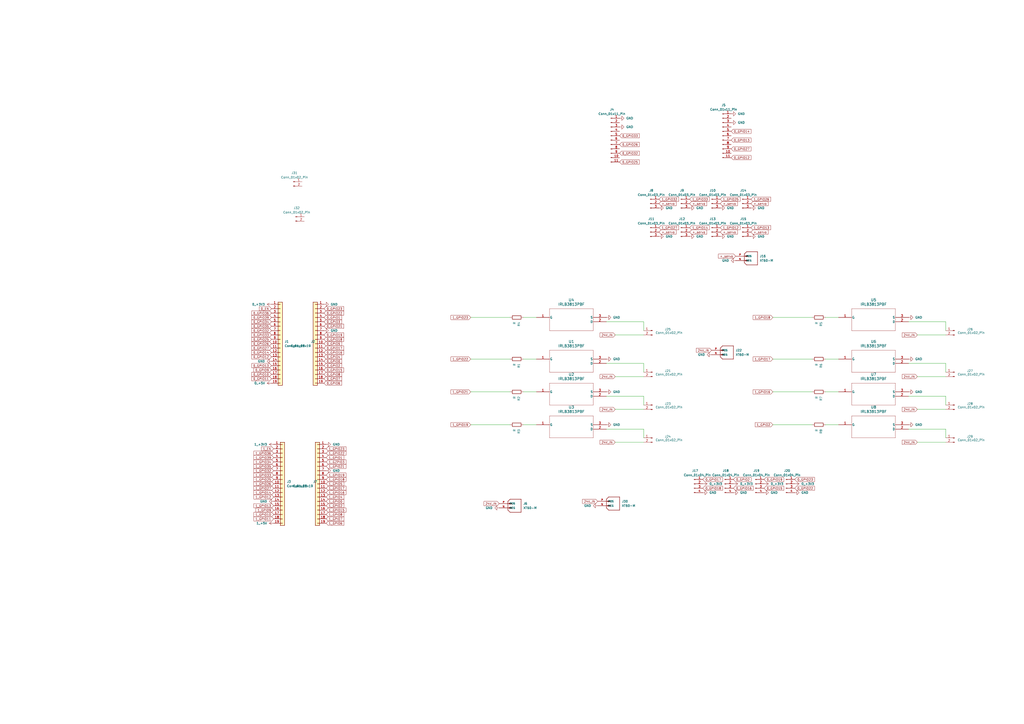
<source format=kicad_sch>
(kicad_sch (version 20250114) (generator "eeschema") (generator_version "9.0")
  (paper "A2")
  (lib_symbols
    (symbol "2025-03-07_17-55-51:IRLB3813PBF" (pin_names (offset 0.254))
      (property "Reference" "U" (at 20.32 10.16 0))
      (property "Value" "IRLB3813PBF" (at 20.32 7.62 0))
      (symbol "IRLB3813PBF_0_1"
        (pin unspecified line (at 0 0 0) (length 7.62) (name "G") (number "1"))
        (pin unspecified line (at 40.64 0 180) (length 7.62) (name "S") (number "3"))
        (pin unspecified line (at 40.64 -2.54 180) (length 7.62) (name "D") (number "2"))
      )
    )
    (symbol "Connector:Conn_01x02_Pin" (pin_names (offset 1.016) (hide yes))
      (property "Reference" "J" (at 0 2.54 0))
      (property "Value" "Conn_01x02_Pin" (at 0 -5.08 0))
      (symbol "Conn_01x02_Pin_1_1"
        (pin passive line (at 5.08 0 180) (length 3.81) (name "Pin_1") (number "1"))
        (pin passive line (at 5.08 -2.54 180) (length 3.81) (name "Pin_2") (number "2"))
      )
    )
    (symbol "Connector:Conn_01x03_Pin" (pin_names (offset 1.016) (hide yes))
      (property "Reference" "J" (at 0 5.08 0))
      (property "Value" "Conn_01x03_Pin" (at 0 -5.08 0))
      (symbol "Conn_01x03_Pin_1_1"
        (pin passive line (at 5.08 2.54 180) (length 3.81) (name "Pin_1") (number "1"))
        (pin passive line (at 5.08 0 180) (length 3.81) (name "Pin_2") (number "2"))
        (pin passive line (at 5.08 -2.54 180) (length 3.81) (name "Pin_3") (number "3"))
      )
    )
    (symbol "Connector:Conn_01x04_Pin" (pin_names (offset 1.016) (hide yes))
      (property "Reference" "J" (at 0 5.08 0))
      (property "Value" "Conn_01x04_Pin" (at 0 -7.62 0))
      (symbol "Conn_01x04_Pin_1_1"
        (pin passive line (at 5.08 2.54 180) (length 3.81) (name "Pin_1") (number "1"))
        (pin passive line (at 5.08 0 180) (length 3.81) (name "Pin_2") (number "2"))
        (pin passive line (at 5.08 -2.54 180) (length 3.81) (name "Pin_3") (number "3"))
        (pin passive line (at 5.08 -5.08 180) (length 3.81) (name "Pin_4") (number "4"))
      )
    )
    (symbol "Connector:Conn_01x11_Pin" (pin_names (offset 1.016) (hide yes))
      (property "Reference" "J" (at 0 15.24 0))
      (property "Value" "Conn_01x11_Pin" (at 0 -15.24 0))
      (symbol "Conn_01x11_Pin_1_1"
        (pin passive line (at 5.08 12.7 180) (length 3.81) (name "Pin_1") (number "1"))
        (pin passive line (at 5.08 10.16 180) (length 3.81) (name "Pin_2") (number "2"))
        (pin passive line (at 5.08 7.62 180) (length 3.81) (name "Pin_3") (number "3"))
        (pin passive line (at 5.08 5.08 180) (length 3.81) (name "Pin_4") (number "4"))
        (pin passive line (at 5.08 2.54 180) (length 3.81) (name "Pin_5") (number "5"))
        (pin passive line (at 5.08 0 180) (length 3.81) (name "Pin_6") (number "6"))
        (pin passive line (at 5.08 -2.54 180) (length 3.81) (name "Pin_7") (number "7"))
        (pin passive line (at 5.08 -5.08 180) (length 3.81) (name "Pin_8") (number "8"))
        (pin passive line (at 5.08 -7.62 180) (length 3.81) (name "Pin_9") (number "9"))
        (pin passive line (at 5.08 -10.16 180) (length 3.81) (name "Pin_10") (number "10"))
        (pin passive line (at 5.08 -12.7 180) (length 3.81) (name "Pin_11") (number "11"))
      )
    )
    (symbol "Connector_Generic:Conn_01x19" (pin_names (offset 1.016) (hide yes))
      (property "Reference" "J" (at 0 25.4 0))
      (property "Value" "Conn_01x19" (at 0 -25.4 0))
      (symbol "Conn_01x19_1_1"
        (pin passive line (at -5.08 22.86 0) (length 3.81) (name "Pin_1") (number "1"))
        (pin passive line (at -5.08 20.32 0) (length 3.81) (name "Pin_2") (number "2"))
        (pin passive line (at -5.08 17.78 0) (length 3.81) (name "Pin_3") (number "3"))
        (pin passive line (at -5.08 15.24 0) (length 3.81) (name "Pin_4") (number "4"))
        (pin passive line (at -5.08 12.7 0) (length 3.81) (name "Pin_5") (number "5"))
        (pin passive line (at -5.08 10.16 0) (length 3.81) (name "Pin_6") (number "6"))
        (pin passive line (at -5.08 7.62 0) (length 3.81) (name "Pin_7") (number "7"))
        (pin passive line (at -5.08 5.08 0) (length 3.81) (name "Pin_8") (number "8"))
        (pin passive line (at -5.08 2.54 0) (length 3.81) (name "Pin_9") (number "9"))
        (pin passive line (at -5.08 0 0) (length 3.81) (name "Pin_10") (number "10"))
        (pin passive line (at -5.08 -2.54 0) (length 3.81) (name "Pin_11") (number "11"))
        (pin passive line (at -5.08 -5.08 0) (length 3.81) (name "Pin_12") (number "12"))
        (pin passive line (at -5.08 -7.62 0) (length 3.81) (name "Pin_13") (number "13"))
        (pin passive line (at -5.08 -10.16 0) (length 3.81) (name "Pin_14") (number "14"))
        (pin passive line (at -5.08 -12.7 0) (length 3.81) (name "Pin_15") (number "15"))
        (pin passive line (at -5.08 -15.24 0) (length 3.81) (name "Pin_16") (number "16"))
        (pin passive line (at -5.08 -17.78 0) (length 3.81) (name "Pin_17") (number "17"))
        (pin passive line (at -5.08 -20.32 0) (length 3.81) (name "Pin_18") (number "18"))
        (pin passive line (at -5.08 -22.86 0) (length 3.81) (name "Pin_19") (number "19"))
      )
    )
    (symbol "Device:R" (pin_numbers (hide yes)) (pin_names (offset 0))
      (property "Reference" "R" (at 2.032 0 90))
      (property "Value" "R" (at 0 0 90))
      (symbol "R_1_1"
        (pin passive line (at 0 3.81 270) (length 1.27) (name "~") (number "1"))
        (pin passive line (at 0 -3.81 90) (length 1.27) (name "~") (number "2"))
      )
    )
    (symbol "XT60-M:XT60-M" (pin_names (offset 1.016))
      (property "Reference" "J" (at 0 6.35 0))
      (property "Value" "XT60-M" (at 0 -5.08 0))
      (symbol "XT60-M_0_0"
        (pin passive line (at -5.08 2.54 0) (length 5.08) (name "POS") (number "P"))
        (pin passive line (at -5.08 0 0) (length 5.08) (name "NEG") (number "N"))
      )
    )
    (symbol "power:+3V3" (power) (pin_numbers (hide yes)) (pin_names (offset 0) (hide yes))
      (property "Value" "+3V3" (at 0 3.556 0))
      (symbol "+3V3_1_1"
        (pin power_in line (at 0 0 90) (length 0) (name "~") (number "1"))
      )
    )
    (symbol "power:+5V" (power) (pin_numbers (hide yes)) (pin_names (offset 0) (hide yes))
      (property "Value" "+5V" (at 0 3.556 0))
      (symbol "+5V_1_1"
        (pin power_in line (at 0 0 90) (length 0) (name "~") (number "1"))
      )
    )
    (symbol "power:GND" (power) (pin_numbers (hide yes)) (pin_names (offset 0) (hide yes))
      (property "Value" "GND" (at 0 -3.81 0))
      (symbol "GND_1_1"
        (pin power_in line (at 0 0 270) (length 0) (name "~") (number "1"))
      )
    )
  )
  (wire (pts (xy 448.31 184.15) (xy 471.17 184.15)))
  (wire (pts (xy 356.87 256.54) (xy 373.38 256.54)))
  (wire (pts (xy 373.38 191.77) (xy 373.38 186.69)))
  (wire (pts (xy 532.13 218.44) (xy 548.64 218.44)))
  (wire (pts (xy 532.13 237.49) (xy 548.64 237.49)))
  (wire (pts (xy 373.38 254) (xy 373.38 248.92)))
  (wire (pts (xy 478.79 227.33) (xy 486.41 227.33)))
  (wire (pts (xy 373.38 215.9) (xy 373.38 210.82)))
  (wire (pts (xy 303.53 227.33) (xy 311.15 227.33)))
  (wire (pts (xy 373.38 248.92) (xy 351.79 248.92)))
  (wire (pts (xy 273.05 208.28) (xy 295.91 208.28)))
  (wire (pts (xy 532.13 256.54) (xy 548.64 256.54)))
  (wire (pts (xy 303.53 246.38) (xy 311.15 246.38)))
  (wire (pts (xy 478.79 184.15) (xy 486.41 184.15)))
  (wire (pts (xy 478.79 208.28) (xy 486.41 208.28)))
  (wire (pts (xy 548.64 229.87) (xy 527.05 229.87)))
  (wire (pts (xy 548.64 186.69) (xy 527.05 186.69)))
  (wire (pts (xy 548.64 191.77) (xy 548.64 186.69)))
  (wire (pts (xy 448.31 246.38) (xy 471.17 246.38)))
  (wire (pts (xy 303.53 184.15) (xy 311.15 184.15)))
  (wire (pts (xy 273.05 184.15) (xy 295.91 184.15)))
  (wire (pts (xy 373.38 229.87) (xy 351.79 229.87)))
  (wire (pts (xy 373.38 210.82) (xy 351.79 210.82)))
  (wire (pts (xy 303.53 208.28) (xy 311.15 208.28)))
  (wire (pts (xy 448.31 208.28) (xy 471.17 208.28)))
  (wire (pts (xy 548.64 254) (xy 548.64 248.92)))
  (wire (pts (xy 548.64 215.9) (xy 548.64 210.82)))
  (wire (pts (xy 356.87 218.44) (xy 373.38 218.44)))
  (wire (pts (xy 548.64 248.92) (xy 527.05 248.92)))
  (wire (pts (xy 273.05 227.33) (xy 295.91 227.33)))
  (wire (pts (xy 478.79 246.38) (xy 486.41 246.38)))
  (wire (pts (xy 448.31 227.33) (xy 471.17 227.33)))
  (wire (pts (xy 273.05 246.38) (xy 295.91 246.38)))
  (wire (pts (xy 356.87 237.49) (xy 373.38 237.49)))
  (wire (pts (xy 532.13 194.31) (xy 548.64 194.31)))
  (wire (pts (xy 356.87 194.31) (xy 373.38 194.31)))
  (wire (pts (xy 373.38 186.69) (xy 351.79 186.69)))
  (wire (pts (xy 548.64 210.82) (xy 527.05 210.82)))
  (wire (pts (xy 548.64 234.95) (xy 548.64 229.87)))
  (wire (pts (xy 373.38 234.95) (xy 373.38 229.87)))
  (global_label "1_GPIO35" (shape input) (at 158.75 270.51 180) (property "Intersheetrefs" "${INTERSHEET_REFS}" (effects (hide yes))))
  (global_label "0_GPIO32" (shape input) (at 359.41 88.9 0) (property "Intersheetrefs" "${INTERSHEET_REFS}" (effects (hide yes))))
  (global_label "24V_IN" (shape input) (at 532.13 194.31 180) (property "Intersheetrefs" "${INTERSHEET_REFS}" (effects (hide yes))))
  (global_label "0_GPIO10" (shape input) (at 157.48 217.17 180) (property "Intersheetrefs" "${INTERSHEET_REFS}" (effects (hide yes))))
  (global_label "1_GPIO23" (shape input) (at 273.05 184.15 180) (property "Intersheetrefs" "${INTERSHEET_REFS}" (effects (hide yes))))
  (global_label "24V_IN" (shape input) (at 289.56 292.1 180) (property "Intersheetrefs" "${INTERSHEET_REFS}" (effects (hide yes))))
  (global_label "24V_IN" (shape input) (at 356.87 256.54 180) (property "Intersheetrefs" "${INTERSHEET_REFS}" (effects (hide yes))))
  (global_label "0_GPIO5" (shape input) (at 187.96 199.39 0) (property "Intersheetrefs" "${INTERSHEET_REFS}" (effects (hide yes))))
  (global_label "1_GPIO18" (shape input) (at 189.23 278.13 0) (property "Intersheetrefs" "${INTERSHEET_REFS}" (effects (hide yes))))
  (global_label "0_GPIO16" (shape input) (at 425.45 283.21 0) (property "Intersheetrefs" "${INTERSHEET_REFS}" (effects (hide yes))))
  (global_label "0_GPIO15" (shape input) (at 187.96 214.63 0) (property "Intersheetrefs" "${INTERSHEET_REFS}" (effects (hide yes))))
  (global_label "1_GPIO22" (shape input) (at 189.23 262.89 0) (property "Intersheetrefs" "${INTERSHEET_REFS}" (effects (hide yes))))
  (global_label "1_GPIO4" (shape input) (at 189.23 288.29 0) (property "Intersheetrefs" "${INTERSHEET_REFS}" (effects (hide yes))))
  (global_label "0_GPIO18" (shape input) (at 187.96 196.85 0) (property "Intersheetrefs" "${INTERSHEET_REFS}" (effects (hide yes))))
  (global_label "1_GPIO11" (shape input) (at 158.75 300.99 180) (property "Intersheetrefs" "${INTERSHEET_REFS}" (effects (hide yes))))
  (global_label "1_GPIO25" (shape input) (at 158.75 278.13 180) (property "Intersheetrefs" "${INTERSHEET_REFS}" (effects (hide yes))))
  (global_label "1_GPIO17" (shape input) (at 448.31 208.28 180) (property "Intersheetrefs" "${INTERSHEET_REFS}" (effects (hide yes))))
  (global_label "+_servo" (shape input) (at 400.05 118.11 0) (property "Intersheetrefs" "${INTERSHEET_REFS}" (effects (hide yes))))
  (global_label "0_GPIO13" (shape input) (at 157.48 212.09 180) (property "Intersheetrefs" "${INTERSHEET_REFS}" (effects (hide yes))))
  (global_label "0_GPIO22" (shape input) (at 187.96 181.61 0) (property "Intersheetrefs" "${INTERSHEET_REFS}" (effects (hide yes))))
  (global_label "1_GPIO15" (shape input) (at 189.23 295.91 0) (property "Intersheetrefs" "${INTERSHEET_REFS}" (effects (hide yes))))
  (global_label "24V_IN" (shape input) (at 346.71 290.83 180) (property "Intersheetrefs" "${INTERSHEET_REFS}" (effects (hide yes))))
  (global_label "1_GPIO19" (shape input) (at 273.05 246.38 180) (property "Intersheetrefs" "${INTERSHEET_REFS}" (effects (hide yes))))
  (global_label "1_GPIO18" (shape input) (at 448.31 184.15 180) (property "Intersheetrefs" "${INTERSHEET_REFS}" (effects (hide yes))))
  (global_label "0_GPIO12" (shape input) (at 157.48 207.01 180) (property "Intersheetrefs" "${INTERSHEET_REFS}" (effects (hide yes))))
  (global_label "1_GPIO6" (shape input) (at 189.23 303.53 0) (property "Intersheetrefs" "${INTERSHEET_REFS}" (effects (hide yes))))
  (global_label "1_GPIO26" (shape input) (at 435.61 115.57 0) (property "Intersheetrefs" "${INTERSHEET_REFS}" (effects (hide yes))))
  (global_label "0_GPIO17" (shape input) (at 407.67 278.13 0) (property "Intersheetrefs" "${INTERSHEET_REFS}" (effects (hide yes))))
  (global_label "1_GPIO10" (shape input) (at 158.75 298.45 180) (property "Intersheetrefs" "${INTERSHEET_REFS}" (effects (hide yes))))
  (global_label "24V_IN" (shape input) (at 356.87 237.49 180) (property "Intersheetrefs" "${INTERSHEET_REFS}" (effects (hide yes))))
  (global_label "1_GPIO26" (shape input) (at 158.75 280.67 180) (property "Intersheetrefs" "${INTERSHEET_REFS}" (effects (hide yes))))
  (global_label "0_GPIO14" (shape input) (at 424.18 76.2 0) (property "Intersheetrefs" "${INTERSHEET_REFS}" (effects (hide yes))))
  (global_label "1_GPIO32" (shape input) (at 382.27 115.57 0) (property "Intersheetrefs" "${INTERSHEET_REFS}" (effects (hide yes))))
  (global_label "1_GPIO25" (shape input) (at 417.83 115.57 0) (property "Intersheetrefs" "${INTERSHEET_REFS}" (effects (hide yes))))
  (global_label "1_GPIO1" (shape input) (at 189.23 265.43 0) (property "Intersheetrefs" "${INTERSHEET_REFS}" (effects (hide yes))))
  (global_label "0_GPIO2" (shape input) (at 425.45 278.13 0) (property "Intersheetrefs" "${INTERSHEET_REFS}" (effects (hide yes))))
  (global_label "0_GPIO23" (shape input) (at 187.96 179.07 0) (property "Intersheetrefs" "${INTERSHEET_REFS}" (effects (hide yes))))
  (global_label "0_GPIO25" (shape input) (at 359.41 93.98 0) (property "Intersheetrefs" "${INTERSHEET_REFS}" (effects (hide yes))))
  (global_label "0_GPIO36" (shape input) (at 157.48 181.61 180) (property "Intersheetrefs" "${INTERSHEET_REFS}" (effects (hide yes))))
  (global_label "24V_IN" (shape input) (at 532.13 218.44 180) (property "Intersheetrefs" "${INTERSHEET_REFS}" (effects (hide yes))))
  (global_label "1_GPIO14" (shape input) (at 158.75 285.75 180) (property "Intersheetrefs" "${INTERSHEET_REFS}" (effects (hide yes))))
  (global_label "0_EN" (shape input) (at 157.48 179.07 180) (property "Intersheetrefs" "${INTERSHEET_REFS}" (effects (hide yes))))
  (global_label "1_GPIO14" (shape input) (at 400.05 132.08 0) (property "Intersheetrefs" "${INTERSHEET_REFS}" (effects (hide yes))))
  (global_label "0_GPIO39" (shape input) (at 157.48 184.15 180) (property "Intersheetrefs" "${INTERSHEET_REFS}" (effects (hide yes))))
  (global_label "1_GPIO19" (shape input) (at 189.23 275.59 0) (property "Intersheetrefs" "${INTERSHEET_REFS}" (effects (hide yes))))
  (global_label "0_GPIO3" (shape input) (at 187.96 186.69 0) (property "Intersheetrefs" "${INTERSHEET_REFS}" (effects (hide yes))))
  (global_label "1_GPIO27" (shape input) (at 158.75 283.21 180) (property "Intersheetrefs" "${INTERSHEET_REFS}" (effects (hide yes))))
  (global_label "0_GPIO26" (shape input) (at 359.41 83.82 0) (property "Intersheetrefs" "${INTERSHEET_REFS}" (effects (hide yes))))
  (global_label "0_GPIO34" (shape input) (at 157.48 186.69 180) (property "Intersheetrefs" "${INTERSHEET_REFS}" (effects (hide yes))))
  (global_label "0_GPIO2" (shape input) (at 187.96 212.09 0) (property "Intersheetrefs" "${INTERSHEET_REFS}" (effects (hide yes))))
  (global_label "1_GPIO21" (shape input) (at 189.23 270.51 0) (property "Intersheetrefs" "${INTERSHEET_REFS}" (effects (hide yes))))
  (global_label "0_GPIO27" (shape input) (at 157.48 201.93 180) (property "Intersheetrefs" "${INTERSHEET_REFS}" (effects (hide yes))))
  (global_label "1_GZPIO3" (shape input) (at 189.23 267.97 0) (property "Intersheetrefs" "${INTERSHEET_REFS}" (effects (hide yes))))
  (global_label "1_GPIO27" (shape input) (at 382.27 132.08 0) (property "Intersheetrefs" "${INTERSHEET_REFS}" (effects (hide yes))))
  (global_label "1_GPIO13" (shape input) (at 158.75 293.37 180) (property "Intersheetrefs" "${INTERSHEET_REFS}" (effects (hide yes))))
  (global_label "1_GPIO16" (shape input) (at 189.23 285.75 0) (property "Intersheetrefs" "${INTERSHEET_REFS}" (effects (hide yes))))
  (global_label "0_GPIO18" (shape input) (at 407.67 283.21 0) (property "Intersheetrefs" "${INTERSHEET_REFS}" (effects (hide yes))))
  (global_label "0_GPIO19" (shape input) (at 443.23 278.13 0) (property "Intersheetrefs" "${INTERSHEET_REFS}" (effects (hide yes))))
  (global_label "1_GPIO33" (shape input) (at 158.75 275.59 180) (property "Intersheetrefs" "${INTERSHEET_REFS}" (effects (hide yes))))
  (global_label "1_GPIO0" (shape input) (at 189.23 290.83 0) (property "Intersheetrefs" "${INTERSHEET_REFS}" (effects (hide yes))))
  (global_label "0_GPIO23" (shape input) (at 461.01 278.13 0) (property "Intersheetrefs" "${INTERSHEET_REFS}" (effects (hide yes))))
  (global_label "+_servo" (shape input) (at 382.27 118.11 0) (property "Intersheetrefs" "${INTERSHEET_REFS}" (effects (hide yes))))
  (global_label "0_GPIO26" (shape input) (at 157.48 199.39 180) (property "Intersheetrefs" "${INTERSHEET_REFS}" (effects (hide yes))))
  (global_label "1_GPIO2" (shape input) (at 448.31 246.38 180) (property "Intersheetrefs" "${INTERSHEET_REFS}" (effects (hide yes))))
  (global_label "0_GPIO33" (shape input) (at 359.41 78.74 0) (property "Intersheetrefs" "${INTERSHEET_REFS}" (effects (hide yes))))
  (global_label "1_GPIO16" (shape input) (at 448.31 227.33 180) (property "Intersheetrefs" "${INTERSHEET_REFS}" (effects (hide yes))))
  (global_label "+_servo" (shape input) (at 382.27 134.62 0) (property "Intersheetrefs" "${INTERSHEET_REFS}" (effects (hide yes))))
  (global_label "0_GPIO1" (shape input) (at 187.96 184.15 0) (property "Intersheetrefs" "${INTERSHEET_REFS}" (effects (hide yes))))
  (global_label "0_GPIO15" (shape input) (at 443.23 283.21 0) (property "Intersheetrefs" "${INTERSHEET_REFS}" (effects (hide yes))))
  (global_label "24V_IN" (shape input) (at 412.75 203.2 180) (property "Intersheetrefs" "${INTERSHEET_REFS}" (effects (hide yes))))
  (global_label "+_servo" (shape input) (at 400.05 134.62 0) (property "Intersheetrefs" "${INTERSHEET_REFS}" (effects (hide yes))))
  (global_label "0_GPIO14" (shape input) (at 157.48 204.47 180) (property "Intersheetrefs" "${INTERSHEET_REFS}" (effects (hide yes))))
  (global_label "0_GPIO27" (shape input) (at 424.18 86.36 0) (property "Intersheetrefs" "${INTERSHEET_REFS}" (effects (hide yes))))
  (global_label "1_GPIO2" (shape input) (at 189.23 293.37 0) (property "Intersheetrefs" "${INTERSHEET_REFS}" (effects (hide yes))))
  (global_label "24V_IN" (shape input) (at 356.87 194.31 180) (property "Intersheetrefs" "${INTERSHEET_REFS}" (effects (hide yes))))
  (global_label "0_GPIO13" (shape input) (at 424.18 81.28 0) (property "Intersheetrefs" "${INTERSHEET_REFS}" (effects (hide yes))))
  (global_label "1_GPIO8" (shape input) (at 189.23 298.45 0) (property "Intersheetrefs" "${INTERSHEET_REFS}" (effects (hide yes))))
  (global_label "+_servo" (shape input) (at 417.83 134.62 0) (property "Intersheetrefs" "${INTERSHEET_REFS}" (effects (hide yes))))
  (global_label "0_GPIO22" (shape input) (at 461.01 283.21 0) (property "Intersheetrefs" "${INTERSHEET_REFS}" (effects (hide yes))))
  (global_label "0_GPIO7" (shape input) (at 187.96 219.71 0) (property "Intersheetrefs" "${INTERSHEET_REFS}" (effects (hide yes))))
  (global_label "0_GPIO0" (shape input) (at 187.96 209.55 0) (property "Intersheetrefs" "${INTERSHEET_REFS}" (effects (hide yes))))
  (global_label "+_servo" (shape input) (at 426.72 148.59 180) (property "Intersheetrefs" "${INTERSHEET_REFS}" (effects (hide yes))))
  (global_label "0_GPIO17" (shape input) (at 187.96 201.93 0) (property "Intersheetrefs" "${INTERSHEET_REFS}" (effects (hide yes))))
  (global_label "1_GPIO17" (shape input) (at 189.23 283.21 0) (property "Intersheetrefs" "${INTERSHEET_REFS}" (effects (hide yes))))
  (global_label "1_GPIO9" (shape input) (at 158.75 295.91 180) (property "Intersheetrefs" "${INTERSHEET_REFS}" (effects (hide yes))))
  (global_label "0_GPIO9" (shape input) (at 157.48 214.63 180) (property "Intersheetrefs" "${INTERSHEET_REFS}" (effects (hide yes))))
  (global_label "+_servo" (shape input) (at 435.61 134.62 0) (property "Intersheetrefs" "${INTERSHEET_REFS}" (effects (hide yes))))
  (global_label "0_GPIO4" (shape input) (at 187.96 207.01 0) (property "Intersheetrefs" "${INTERSHEET_REFS}" (effects (hide yes))))
  (global_label "1_GPIO22" (shape input) (at 273.05 208.28 180) (property "Intersheetrefs" "${INTERSHEET_REFS}" (effects (hide yes))))
  (global_label "0_GPIO12" (shape input) (at 424.18 91.44 0) (property "Intersheetrefs" "${INTERSHEET_REFS}" (effects (hide yes))))
  (global_label "1_GPIO13" (shape input) (at 435.61 132.08 0) (property "Intersheetrefs" "${INTERSHEET_REFS}" (effects (hide yes))))
  (global_label "+_servo" (shape input) (at 435.61 118.11 0) (property "Intersheetrefs" "${INTERSHEET_REFS}" (effects (hide yes))))
  (global_label "0_GPIO25" (shape input) (at 157.48 196.85 180) (property "Intersheetrefs" "${INTERSHEET_REFS}" (effects (hide yes))))
  (global_label "24V_IN" (shape input) (at 532.13 237.49 180) (property "Intersheetrefs" "${INTERSHEET_REFS}" (effects (hide yes))))
  (global_label "1_GPIO36" (shape input) (at 158.75 262.89 180) (property "Intersheetrefs" "${INTERSHEET_REFS}" (effects (hide yes))))
  (global_label "0_GPIO32" (shape input) (at 157.48 191.77 180) (property "Intersheetrefs" "${INTERSHEET_REFS}" (effects (hide yes))))
  (global_label "0_GPIO8" (shape input) (at 187.96 217.17 0) (property "Intersheetrefs" "${INTERSHEET_REFS}" (effects (hide yes))))
  (global_label "1_GPIO39" (shape input) (at 158.75 265.43 180) (property "Intersheetrefs" "${INTERSHEET_REFS}" (effects (hide yes))))
  (global_label "0_GPIO19" (shape input) (at 187.96 194.31 0) (property "Intersheetrefs" "${INTERSHEET_REFS}" (effects (hide yes))))
  (global_label "0_GPIO33" (shape input) (at 157.48 194.31 180) (property "Intersheetrefs" "${INTERSHEET_REFS}" (effects (hide yes))))
  (global_label "1_GPIO23" (shape input) (at 189.23 260.35 0) (property "Intersheetrefs" "${INTERSHEET_REFS}" (effects (hide yes))))
  (global_label "1_GPIO21" (shape input) (at 273.05 227.33 180) (property "Intersheetrefs" "${INTERSHEET_REFS}" (effects (hide yes))))
  (global_label "24V_IN" (shape input) (at 356.87 218.44 180) (property "Intersheetrefs" "${INTERSHEET_REFS}" (effects (hide yes))))
  (global_label "1_EN" (shape input) (at 158.75 260.35 180) (property "Intersheetrefs" "${INTERSHEET_REFS}" (effects (hide yes))))
  (global_label "+_servo" (shape input) (at 417.83 118.11 0) (property "Intersheetrefs" "${INTERSHEET_REFS}" (effects (hide yes))))
  (global_label "24V_IN" (shape input) (at 532.13 256.54 180) (property "Intersheetrefs" "${INTERSHEET_REFS}" (effects (hide yes))))
  (global_label "1_GPIO5" (shape input) (at 189.23 280.67 0) (property "Intersheetrefs" "${INTERSHEET_REFS}" (effects (hide yes))))
  (global_label "0_GPIO35" (shape input) (at 157.48 189.23 180) (property "Intersheetrefs" "${INTERSHEET_REFS}" (effects (hide yes))))
  (global_label "1_GPIO33" (shape input) (at 400.05 115.57 0) (property "Intersheetrefs" "${INTERSHEET_REFS}" (effects (hide yes))))
  (global_label "0_GPIO21" (shape input) (at 187.96 189.23 0) (property "Intersheetrefs" "${INTERSHEET_REFS}" (effects (hide yes))))
  (global_label "1_GPIO34" (shape input) (at 158.75 267.97 180) (property "Intersheetrefs" "${INTERSHEET_REFS}" (effects (hide yes))))
  (global_label "0_GPIO6" (shape input) (at 187.96 222.25 0) (property "Intersheetrefs" "${INTERSHEET_REFS}" (effects (hide yes))))
  (global_label "1_GPIO12" (shape input) (at 158.75 288.29 180) (property "Intersheetrefs" "${INTERSHEET_REFS}" (effects (hide yes))))
  (global_label "0_GPIO11" (shape input) (at 157.48 219.71 180) (property "Intersheetrefs" "${INTERSHEET_REFS}" (effects (hide yes))))
  (global_label "1_GPIO12" (shape input) (at 417.83 132.08 0) (property "Intersheetrefs" "${INTERSHEET_REFS}" (effects (hide yes))))
  (global_label "0_GPIO16" (shape input) (at 187.96 204.47 0) (property "Intersheetrefs" "${INTERSHEET_REFS}" (effects (hide yes))))
  (global_label "1_GPIO32" (shape input) (at 158.75 273.05 180) (property "Intersheetrefs" "${INTERSHEET_REFS}" (effects (hide yes))))
  (global_label "1_GPIO7" (shape input) (at 189.23 300.99 0) (property "Intersheetrefs" "${INTERSHEET_REFS}" (effects (hide yes))))
  (symbol (lib_id "Device:R") (at 474.98 184.15 270) (unit 1)
    (property "Reference" "R5" (at 476.2501 186.69 0) (effects (justify left)))
    (property "Value" "R" (at 473.7101 186.69 0) (effects (justify left)))
    (property "Footprint" "Resistor_THT:R_Axial_DIN0207_L6.3mm_D2.5mm_P10.16mm_Horizontal" (effects (hide yes)))
    (property "Description" "Resistor" (effects (hide yes)))
  )
  (symbol (lib_id "power:GND") (at 527.05 208.28 90) (unit 1)
    (property "Reference" "#PWR040" (effects (hide yes)))
    (property "Value" "GND" (at 530.86 208.2799 90) (effects (justify right)))
    (property "Description" "Power symbol creates a global label with name \"GND\" , ground" (effects (hide yes)))
  )
  (symbol (lib_id "power:GND") (at 417.83 120.65 90) (unit 1)
    (property "Reference" "#PWR023" (effects (hide yes)))
    (property "Value" "GND" (at 421.64 120.6499 90) (effects (justify right)))
    (property "Description" "Power symbol creates a global label with name \"GND\" , ground" (effects (hide yes)))
  )
  (symbol (lib_id "Device:R") (at 299.72 246.38 270) (unit 1)
    (property "Reference" "R3" (at 300.9901 248.92 0) (effects (justify left)))
    (property "Value" "R" (at 298.4501 248.92 0) (effects (justify left)))
    (property "Footprint" "Resistor_THT:R_Axial_DIN0207_L6.3mm_D2.5mm_P10.16mm_Horizontal" (effects (hide yes)))
    (property "Description" "Resistor" (effects (hide yes)))
  )
  (symbol (lib_id "XT60-M:XT60-M") (at 351.79 293.37 0) (unit 1)
    (property "Reference" "J30" (at 360.68 290.8299 0) (effects (justify left)))
    (property "Value" "XT60-M" (at 360.68 293.3699 0) (effects (justify left)))
    (property "Footprint" "Connector_AMASS:AMASS_XT60-F_1x02_P7.20mm_Vertical" (effects (hide yes)))
    (property "MF" "AMASS" (effects (hide yes)))
    (property "MAXIMUM_PACKAGE_HEIGHT" "16.00 mm" (effects (hide yes)))
    (property "Package" "Package" (effects (hide yes)))
    (property "Price" "None" (effects (hide yes)))
    (property "Check_prices" "https://www.snapeda.com/parts/XT60-M/AMASS/view-part/?ref=eda" (effects (hide yes)))
    (property "STANDARD" "IPC 7351B" (effects (hide yes)))
    (property "PARTREV" "V1.2" (effects (hide yes)))
    (property "SnapEDA_Link" "https://www.snapeda.com/parts/XT60-M/AMASS/view-part/?ref=snap" (effects (hide yes)))
    (property "MP" "XT60-M" (effects (hide yes)))
    (property "Description_1" "Plug; DC supply; XT60; male; PIN: 2; for cable; soldered; 30A; 500V" (effects (hide yes)))
    (property "Availability" "Not in stock" (effects (hide yes)))
    (property "MANUFACTURER" "AMASS" (effects (hide yes)))
  )
  (symbol (lib_id "2025-03-07_17-55-51:IRLB3813PBF") (at 486.41 227.33 0) (unit 1)
    (property "Reference" "U7" (at 506.73 217.17 0) (effects (font (size 1.524 1.524))))
    (property "Value" "IRLB3813PBF" (at 506.73 219.71 0) (effects (font (size 1.524 1.524))))
    (property "Footprint" "footprints:PG-TO220-3_INF" (effects (hide yes)))
    (property "Datasheet" "IRLB3813PBF" (effects (hide yes)))
  )
  (symbol (lib_id "Connector:Conn_01x02_Pin") (at 171.45 125.73 0) (unit 1)
    (property "Reference" "J32" (at 172.085 120.65 0))
    (property "Value" "Conn_01x02_Pin" (at 172.085 123.19 0))
    (property "Description" "Generic connector, single row, 01x02, script generated" (effects (hide yes)))
  )
  (symbol (lib_id "power:+5V") (at 425.45 280.67 270) (unit 1)
    (property "Reference" "#PWR028" (effects (hide yes)))
    (property "Value" "0_+3V3" (at 429.26 280.6699 90) (effects (justify left)))
    (property "Description" "Power symbol creates a global label with name \"+5V\"" (effects (hide yes)))
  )
  (symbol (lib_id "Connector:Conn_01x04_Pin") (at 455.93 280.67 0) (unit 1)
    (property "Reference" "J20" (at 456.565 273.05 0))
    (property "Value" "Conn_01x04_Pin" (at 456.565 275.59 0))
    (property "Footprint" "Connector_JST:JST_XH_B4B-XH-AM_1x04_P2.50mm_Vertical" (effects (hide yes)))
    (property "Description" "Generic connector, single row, 01x04, script generated" (effects (hide yes)))
  )
  (symbol (lib_id "power:GND") (at 351.79 184.15 90) (unit 1)
    (property "Reference" "#PWR038" (effects (hide yes)))
    (property "Value" "GND" (at 355.6 184.1499 90) (effects (justify right)))
    (property "Description" "Power symbol creates a global label with name \"GND\" , ground" (effects (hide yes)))
  )
  (symbol (lib_id "power:+5V") (at 157.48 222.25 90) (unit 1)
    (property "Reference" "#PWR05" (effects (hide yes)))
    (property "Value" "0_+5V" (at 150.622 222.25 90))
    (property "Description" "Power symbol creates a global label with name \"+5V\"" (effects (hide yes)))
  )
  (symbol (lib_id "power:GND") (at 527.05 227.33 90) (unit 1)
    (property "Reference" "#PWR041" (effects (hide yes)))
    (property "Value" "GND" (at 530.86 227.3299 90) (effects (justify right)))
    (property "Description" "Power symbol creates a global label with name \"GND\" , ground" (effects (hide yes)))
  )
  (symbol (lib_id "2025-03-07_17-55-51:IRLB3813PBF") (at 486.41 184.15 0) (unit 1)
    (property "Reference" "U5" (at 506.73 173.99 0) (effects (font (size 1.524 1.524))))
    (property "Value" "IRLB3813PBF" (at 506.73 176.53 0) (effects (font (size 1.524 1.524))))
    (property "Footprint" "footprints:PG-TO220-3_INF" (effects (hide yes)))
    (property "Datasheet" "IRLB3813PBF" (effects (hide yes)))
  )
  (symbol (lib_id "Connector:Conn_01x02_Pin") (at 170.18 105.41 0) (unit 1)
    (property "Reference" "J31" (at 170.815 100.33 0))
    (property "Value" "Conn_01x02_Pin" (at 170.815 102.87 0))
    (property "Description" "Generic connector, single row, 01x02, script generated" (effects (hide yes)))
  )
  (symbol (lib_id "Connector:Conn_01x03_Pin") (at 377.19 118.11 0) (unit 1)
    (property "Reference" "J8" (at 377.825 110.49 0))
    (property "Value" "Conn_01x03_Pin" (at 377.825 113.03 0))
    (property "Footprint" "Connector_JST:JST_XH_B3B-XH-AM_1x03_P2.50mm_Vertical" (effects (hide yes)))
    (property "Description" "Generic connector, single row, 01x03, script generated" (effects (hide yes)))
  )
  (symbol (lib_id "power:GND") (at 527.05 184.15 90) (unit 1)
    (property "Reference" "#PWR039" (effects (hide yes)))
    (property "Value" "GND" (at 530.86 184.1499 90) (effects (justify right)))
    (property "Description" "Power symbol creates a global label with name \"GND\" , ground" (effects (hide yes)))
  )
  (symbol (lib_id "Connector:Conn_01x02_Pin") (at 378.46 215.9 0) (mirror y) (unit 1)
    (property "Reference" "J21" (at 387.35 215.138 0))
    (property "Value" "Conn_01x02_Pin" (at 388.112 217.17 0))
    (property "Footprint" "Connector_JST:JST_XH_B2B-XH-AM_1x02_P2.50mm_Vertical" (effects (hide yes)))
    (property "Description" "Generic connector, single row, 01x02, script generated" (effects (hide yes)))
  )
  (symbol (lib_id "Connector:Conn_01x03_Pin") (at 394.97 134.62 0) (unit 1)
    (property "Reference" "J12" (at 395.605 127 0))
    (property "Value" "Conn_01x03_Pin" (at 395.605 129.54 0))
    (property "Footprint" "Connector_JST:JST_XH_B3B-XH-AM_1x03_P2.50mm_Vertical" (effects (hide yes)))
    (property "Description" "Generic connector, single row, 01x03, script generated" (effects (hide yes)))
  )
  (symbol (lib_id "power:GND") (at 351.79 246.38 90) (unit 1)
    (property "Reference" "#PWR037" (effects (hide yes)))
    (property "Value" "GND" (at 355.6 246.3799 90) (effects (justify right)))
    (property "Description" "Power symbol creates a global label with name \"GND\" , ground" (effects (hide yes)))
  )
  (symbol (lib_id "power:GND") (at 359.41 73.66 90) (unit 1)
    (property "Reference" "#PWR08" (effects (hide yes)))
    (property "Value" "GND" (at 363.22 73.6599 90) (effects (justify right)))
    (property "Description" "Power symbol creates a global label with name \"GND\" , ground" (effects (hide yes)))
  )
  (symbol (lib_id "power:GND") (at 407.67 285.75 90) (unit 1)
    (property "Reference" "#PWR022" (effects (hide yes)))
    (property "Value" "GND" (at 411.48 285.7499 90) (effects (justify right)))
    (property "Description" "Power symbol creates a global label with name \"GND\" , ground" (effects (hide yes)))
  )
  (symbol (lib_id "power:GND") (at 189.23 273.05 90) (unit 1)
    (property "Reference" "#PWR016" (effects (hide yes)))
    (property "Value" "GND" (at 193.04 273.0499 90) (effects (justify right)))
    (property "Description" "Power symbol creates a global label with name \"GND\" , ground" (effects (hide yes)))
  )
  (symbol (lib_id "Connector:Conn_01x02_Pin") (at 553.72 215.9 0) (mirror y) (unit 1)
    (property "Reference" "J27" (at 562.61 215.138 0))
    (property "Value" "Conn_01x02_Pin" (at 563.372 217.17 0))
    (property "Footprint" "Connector_JST:JST_XH_B2B-XH-AM_1x02_P2.50mm_Vertical" (effects (hide yes)))
    (property "Description" "Generic connector, single row, 01x02, script generated" (effects (hide yes)))
  )
  (symbol (lib_id "power:GND") (at 187.96 191.77 90) (unit 1)
    (property "Reference" "#PWR02" (effects (hide yes)))
    (property "Value" "GND" (at 191.77 191.7699 90) (effects (justify right)))
    (property "Description" "Power symbol creates a global label with name \"GND\" , ground" (effects (hide yes)))
  )
  (symbol (lib_id "power:GND") (at 382.27 120.65 90) (unit 1)
    (property "Reference" "#PWR017" (effects (hide yes)))
    (property "Value" "GND" (at 386.08 120.6499 90) (effects (justify right)))
    (property "Description" "Power symbol creates a global label with name \"GND\" , ground" (effects (hide yes)))
  )
  (symbol (lib_id "power:GND") (at 189.23 257.81 90) (unit 1)
    (property "Reference" "#PWR015" (effects (hide yes)))
    (property "Value" "GND" (at 193.04 257.8099 90) (effects (justify right)))
    (property "Description" "Power symbol creates a global label with name \"GND\" , ground" (effects (hide yes)))
  )
  (symbol (lib_id "power:GND") (at 435.61 120.65 90) (unit 1)
    (property "Reference" "#PWR024" (effects (hide yes)))
    (property "Value" "GND" (at 439.42 120.6499 90) (effects (justify right)))
    (property "Description" "Power symbol creates a global label with name \"GND\" , ground" (effects (hide yes)))
  )
  (symbol (lib_id "Connector:Conn_01x02_Pin") (at 378.46 234.95 0) (mirror y) (unit 1)
    (property "Reference" "J23" (at 387.35 234.188 0))
    (property "Value" "Conn_01x02_Pin" (at 388.112 236.22 0))
    (property "Footprint" "Connector_JST:JST_XH_B2B-XH-AM_1x02_P2.50mm_Vertical" (effects (hide yes)))
    (property "Description" "Generic connector, single row, 01x02, script generated" (effects (hide yes)))
  )
  (symbol (lib_id "power:GND") (at 157.48 209.55 270) (unit 1)
    (property "Reference" "#PWR03" (effects (hide yes)))
    (property "Value" "GND" (at 153.67 209.5499 90) (effects (justify right)))
    (property "Description" "Power symbol creates a global label with name \"GND\" , ground" (effects (hide yes)))
  )
  (symbol (lib_id "Connector:Conn_01x03_Pin") (at 430.53 118.11 0) (unit 1)
    (property "Reference" "J14" (at 431.165 110.49 0))
    (property "Value" "Conn_01x03_Pin" (at 431.165 113.03 0))
    (property "Footprint" "Connector_JST:JST_XH_B3B-XH-AM_1x03_P2.50mm_Vertical" (effects (hide yes)))
    (property "Description" "Generic connector, single row, 01x03, script generated" (effects (hide yes)))
  )
  (symbol (lib_id "power:+5V") (at 461.01 280.67 270) (unit 1)
    (property "Reference" "#PWR032" (effects (hide yes)))
    (property "Value" "0_+3V3" (at 464.82 280.6699 90) (effects (justify left)))
    (property "Description" "Power symbol creates a global label with name \"+5V\"" (effects (hide yes)))
  )
  (symbol (lib_id "power:GND") (at 527.05 246.38 90) (unit 1)
    (property "Reference" "#PWR042" (effects (hide yes)))
    (property "Value" "GND" (at 530.86 246.3799 90) (effects (justify right)))
    (property "Description" "Power symbol creates a global label with name \"GND\" , ground" (effects (hide yes)))
  )
  (symbol (lib_id "Device:R") (at 299.72 208.28 270) (unit 1)
    (property "Reference" "R1" (at 300.9901 210.82 0) (effects (justify left)))
    (property "Value" "R" (at 298.4501 210.82 0) (effects (justify left)))
    (property "Footprint" "Resistor_THT:R_Axial_DIN0207_L6.3mm_D2.5mm_P10.16mm_Horizontal" (effects (hide yes)))
    (property "Description" "Resistor" (effects (hide yes)))
  )
  (symbol (lib_id "power:GND") (at 424.18 66.04 90) (unit 1)
    (property "Reference" "#PWR07" (effects (hide yes)))
    (property "Value" "GND" (at 427.99 66.0399 90) (effects (justify right)))
    (property "Description" "Power symbol creates a global label with name \"GND\" , ground" (effects (hide yes)))
  )
  (symbol (lib_id "power:+5V") (at 407.67 280.67 270) (unit 1)
    (property "Reference" "#PWR027" (effects (hide yes)))
    (property "Value" "0_+3V3" (at 411.48 280.6699 90) (effects (justify left)))
    (property "Description" "Power symbol creates a global label with name \"+5V\"" (effects (hide yes)))
  )
  (symbol (lib_id "Device:R") (at 474.98 246.38 270) (unit 1)
    (property "Reference" "R8" (at 476.2501 248.92 0) (effects (justify left)))
    (property "Value" "R" (at 473.7101 248.92 0) (effects (justify left)))
    (property "Footprint" "Resistor_THT:R_Axial_DIN0207_L6.3mm_D2.5mm_P10.16mm_Horizontal" (effects (hide yes)))
    (property "Description" "Resistor" (effects (hide yes)))
  )
  (symbol (lib_id "power:GND") (at 425.45 285.75 90) (unit 1)
    (property "Reference" "#PWR029" (effects (hide yes)))
    (property "Value" "GND" (at 429.26 285.7499 90) (effects (justify right)))
    (property "Description" "Power symbol creates a global label with name \"GND\" , ground" (effects (hide yes)))
  )
  (symbol (lib_id "power:GND") (at 351.79 227.33 90) (unit 1)
    (property "Reference" "#PWR036" (effects (hide yes)))
    (property "Value" "GND" (at 355.6 227.3299 90) (effects (justify right)))
    (property "Description" "Power symbol creates a global label with name \"GND\" , ground" (effects (hide yes)))
  )
  (symbol (lib_id "power:GND") (at 443.23 285.75 90) (unit 1)
    (property "Reference" "#PWR031" (effects (hide yes)))
    (property "Value" "GND" (at 447.04 285.7499 90) (effects (justify right)))
    (property "Description" "Power symbol creates a global label with name \"GND\" , ground" (effects (hide yes)))
  )
  (symbol (lib_id "power:GND") (at 412.75 205.74 270) (unit 1)
    (property "Reference" "#PWR035" (effects (hide yes)))
    (property "Value" "GND" (at 408.94 205.7399 90) (effects (justify right)))
    (property "Description" "Power symbol creates a global label with name \"GND\" , ground" (effects (hide yes)))
  )
  (symbol (lib_id "Connector:Conn_01x03_Pin") (at 394.97 118.11 0) (unit 1)
    (property "Reference" "J9" (at 395.605 110.49 0))
    (property "Value" "Conn_01x03_Pin" (at 395.605 113.03 0))
    (property "Footprint" "Connector_JST:JST_XH_B3B-XH-AM_1x03_P2.50mm_Vertical" (effects (hide yes)))
    (property "Description" "Generic connector, single row, 01x03, script generated" (effects (hide yes)))
  )
  (symbol (lib_id "Connector:Conn_01x03_Pin") (at 412.75 118.11 0) (unit 1)
    (property "Reference" "J10" (at 413.385 110.49 0))
    (property "Value" "Conn_01x03_Pin" (at 413.385 113.03 0))
    (property "Footprint" "Connector_JST:JST_XH_B3B-XH-AM_1x03_P2.50mm_Vertical" (effects (hide yes)))
    (property "Description" "Generic connector, single row, 01x03, script generated" (effects (hide yes)))
  )
  (symbol (lib_id "power:+5V") (at 158.75 303.53 90) (unit 1)
    (property "Reference" "#PWR014" (effects (hide yes)))
    (property "Value" "1_+5V" (at 154.94 303.5299 90) (effects (justify left)))
    (property "Description" "Power symbol creates a global label with name \"+5V\"" (effects (hide yes)))
  )
  (symbol (lib_id "Connector:Conn_01x02_Pin") (at 553.72 191.77 0) (mirror y) (unit 1)
    (property "Reference" "J26" (at 562.61 191.008 0))
    (property "Value" "Conn_01x02_Pin" (at 563.372 193.04 0))
    (property "Footprint" "Connector_JST:JST_XH_B2B-XH-AM_1x02_P2.50mm_Vertical" (effects (hide yes)))
    (property "Description" "Generic connector, single row, 01x02, script generated" (effects (hide yes)))
  )
  (symbol (lib_id "power:GND") (at 400.05 120.65 90) (unit 1)
    (property "Reference" "#PWR018" (effects (hide yes)))
    (property "Value" "GND" (at 403.86 120.6499 90) (effects (justify right)))
    (property "Description" "Power symbol creates a global label with name \"GND\" , ground" (effects (hide yes)))
  )
  (symbol (lib_id "power:GND") (at 346.71 293.37 270) (unit 1)
    (property "Reference" "#PWR011" (effects (hide yes)))
    (property "Value" "GND" (at 342.9 293.3699 90) (effects (justify right)))
    (property "Description" "Power symbol creates a global label with name \"GND\" , ground" (effects (hide yes)))
  )
  (symbol (lib_id "Connector_Generic:Conn_01x19") (at 184.15 280.67 0) (mirror y) (unit 1)
    (property "Reference" "J7" (at 181.61 279.3999 0) (effects (justify right)))
    (property "Value" "Conn_01x19" (at 181.61 281.9399 0) (effects (justify left)))
    (property "Footprint" "Connector_PinSocket_2.54mm:PinSocket_1x19_P2.54mm_Vertical" (effects (hide yes)))
    (property "Description" "Generic connector, single row, 01x19, script generated (kicad-library-utils/schlib/autogen/connector/)" (effects (hide yes)))
  )
  (symbol (lib_id "power:GND") (at 417.83 137.16 90) (unit 1)
    (property "Reference" "#PWR025" (effects (hide yes)))
    (property "Value" "GND" (at 421.64 137.1599 90) (effects (justify right)))
    (property "Description" "Power symbol creates a global label with name \"GND\" , ground" (effects (hide yes)))
  )
  (symbol (lib_id "2025-03-07_17-55-51:IRLB3813PBF") (at 311.15 208.28 0) (unit 1)
    (property "Reference" "U1" (at 331.47 198.12 0) (effects (font (size 1.524 1.524))))
    (property "Value" "IRLB3813PBF" (at 331.47 200.66 0) (effects (font (size 1.524 1.524))))
    (property "Footprint" "footprints:PG-TO220-3_INF" (effects (hide yes)))
    (property "Datasheet" "IRLB3813PBF" (effects (hide yes)))
  )
  (symbol (lib_id "power:GND") (at 424.18 71.12 90) (unit 1)
    (property "Reference" "#PWR09" (effects (hide yes)))
    (property "Value" "GND" (at 427.99 71.1199 90) (effects (justify right)))
    (property "Description" "Power symbol creates a global label with name \"GND\" , ground" (effects (hide yes)))
  )
  (symbol (lib_id "Connector_Generic:Conn_01x19") (at 163.83 280.67 0) (unit 1)
    (property "Reference" "J3" (at 166.37 279.3999 0) (effects (justify left)))
    (property "Value" "Conn_01x19" (at 166.37 281.9399 0) (effects (justify left)))
    (property "Footprint" "Connector_PinSocket_2.54mm:PinSocket_1x19_P2.54mm_Vertical" (effects (hide yes)))
    (property "Description" "Generic connector, single row, 01x19, script generated (kicad-library-utils/schlib/autogen/connector/)" (effects (hide yes)))
  )
  (symbol (lib_id "2025-03-07_17-55-51:IRLB3813PBF") (at 311.15 227.33 0) (unit 1)
    (property "Reference" "U2" (at 331.47 217.17 0) (effects (font (size 1.524 1.524))))
    (property "Value" "IRLB3813PBF" (at 331.47 219.71 0) (effects (font (size 1.524 1.524))))
    (property "Footprint" "footprints:PG-TO220-3_INF" (effects (hide yes)))
    (property "Datasheet" "IRLB3813PBF" (effects (hide yes)))
  )
  (symbol (lib_id "XT60-M:XT60-M") (at 294.64 294.64 0) (unit 1)
    (property "Reference" "J6" (at 303.53 292.0999 0) (effects (justify left)))
    (property "Value" "XT60-M" (at 303.53 294.6399 0) (effects (justify left)))
    (property "Footprint" "Connector_AMASS:AMASS_XT60-F_1x02_P7.20mm_Vertical" (effects (hide yes)))
    (property "MF" "AMASS" (effects (hide yes)))
    (property "MAXIMUM_PACKAGE_HEIGHT" "16.00 mm" (effects (hide yes)))
    (property "Package" "Package" (effects (hide yes)))
    (property "Price" "None" (effects (hide yes)))
    (property "Check_prices" "https://www.snapeda.com/parts/XT60-M/AMASS/view-part/?ref=eda" (effects (hide yes)))
    (property "STANDARD" "IPC 7351B" (effects (hide yes)))
    (property "PARTREV" "V1.2" (effects (hide yes)))
    (property "SnapEDA_Link" "https://www.snapeda.com/parts/XT60-M/AMASS/view-part/?ref=snap" (effects (hide yes)))
    (property "MP" "XT60-M" (effects (hide yes)))
    (property "Description_1" "Plug; DC supply; XT60; male; PIN: 2; for cable; soldered; 30A; 500V" (effects (hide yes)))
    (property "Availability" "Not in stock" (effects (hide yes)))
    (property "MANUFACTURER" "AMASS" (effects (hide yes)))
  )
  (symbol (lib_id "power:GND") (at 289.56 294.64 270) (unit 1)
    (property "Reference" "#PWR010" (effects (hide yes)))
    (property "Value" "GND" (at 285.75 294.6399 90) (effects (justify right)))
    (property "Description" "Power symbol creates a global label with name \"GND\" , ground" (effects (hide yes)))
  )
  (symbol (lib_id "power:GND") (at 158.75 290.83 270) (unit 1)
    (property "Reference" "#PWR013" (effects (hide yes)))
    (property "Value" "GND" (at 154.94 290.8299 90) (effects (justify right)))
    (property "Description" "Power symbol creates a global label with name \"GND\" , ground" (effects (hide yes)))
  )
  (symbol (lib_id "power:+5V") (at 443.23 280.67 270) (unit 1)
    (property "Reference" "#PWR030" (effects (hide yes)))
    (property "Value" "0_+3V3" (at 447.04 280.6699 90) (effects (justify left)))
    (property "Description" "Power symbol creates a global label with name \"+5V\"" (effects (hide yes)))
  )
  (symbol (lib_id "Connector:Conn_01x04_Pin") (at 402.59 280.67 0) (unit 1)
    (property "Reference" "J17" (at 403.225 273.05 0))
    (property "Value" "Conn_01x04_Pin" (at 404.495 275.59 0))
    (property "Footprint" "Connector_JST:JST_XH_B4B-XH-AM_1x04_P2.50mm_Vertical" (effects (hide yes)))
    (property "Description" "Generic connector, single row, 01x04, script generated" (effects (hide yes)))
  )
  (symbol (lib_id "Connector:Conn_01x02_Pin") (at 553.72 254 0) (mirror y) (unit 1)
    (property "Reference" "J29" (at 562.61 253.238 0))
    (property "Value" "Conn_01x02_Pin" (at 563.372 255.27 0))
    (property "Footprint" "Connector_JST:JST_XH_B2B-XH-AM_1x02_P2.50mm_Vertical" (effects (hide yes)))
    (property "Description" "Generic connector, single row, 01x02, script generated" (effects (hide yes)))
  )
  (symbol (lib_id "power:GND") (at 382.27 137.16 90) (unit 1)
    (property "Reference" "#PWR020" (effects (hide yes)))
    (property "Value" "GND" (at 386.08 137.1599 90) (effects (justify right)))
    (property "Description" "Power symbol creates a global label with name \"GND\" , ground" (effects (hide yes)))
  )
  (symbol (lib_id "Connector:Conn_01x02_Pin") (at 378.46 191.77 0) (mirror y) (unit 1)
    (property "Reference" "J25" (at 387.35 191.008 0))
    (property "Value" "Conn_01x02_Pin" (at 388.112 193.04 0))
    (property "Footprint" "Connector_JST:JST_XH_B2B-XH-AM_1x02_P2.50mm_Vertical" (effects (hide yes)))
    (property "Description" "Generic connector, single row, 01x02, script generated" (effects (hide yes)))
  )
  (symbol (lib_id "power:GND") (at 351.79 208.28 90) (unit 1)
    (property "Reference" "#PWR034" (effects (hide yes)))
    (property "Value" "GND" (at 355.6 208.2799 90) (effects (justify right)))
    (property "Description" "Power symbol creates a global label with name \"GND\" , ground" (effects (hide yes)))
  )
  (symbol (lib_id "Connector:Conn_01x11_Pin") (at 419.1 78.74 0) (unit 1)
    (property "Reference" "J5" (at 419.735 60.96 0))
    (property "Value" "Conn_01x11_Pin" (at 419.735 63.5 0))
    (property "Footprint" "Connector_PinHeader_2.54mm:PinHeader_1x11_P2.54mm_Vertical" (effects (hide yes)))
    (property "Description" "Generic connector, single row, 01x11, script generated" (effects (hide yes)))
  )
  (symbol (lib_id "Connector:Conn_01x03_Pin") (at 430.53 134.62 0) (unit 1)
    (property "Reference" "J15" (at 431.165 127 0))
    (property "Value" "Conn_01x03_Pin" (at 431.165 129.54 0))
    (property "Footprint" "Connector_JST:JST_XH_B3B-XH-AM_1x03_P2.50mm_Vertical" (effects (hide yes)))
    (property "Description" "Generic connector, single row, 01x03, script generated" (effects (hide yes)))
  )
  (symbol (lib_id "Connector:Conn_01x04_Pin") (at 420.37 280.67 0) (unit 1)
    (property "Reference" "J18" (at 421.005 273.05 0))
    (property "Value" "Conn_01x04_Pin" (at 421.005 275.59 0))
    (property "Footprint" "Connector_JST:JST_XH_B4B-XH-AM_1x04_P2.50mm_Vertical" (effects (hide yes)))
    (property "Description" "Generic connector, single row, 01x04, script generated" (effects (hide yes)))
  )
  (symbol (lib_id "2025-03-07_17-55-51:IRLB3813PBF") (at 486.41 246.38 0) (unit 1)
    (property "Reference" "U8" (at 506.73 236.22 0) (effects (font (size 1.524 1.524))))
    (property "Value" "IRLB3813PBF" (at 506.73 238.76 0) (effects (font (size 1.524 1.524))))
    (property "Footprint" "footprints:PG-TO220-3_INF" (effects (hide yes)))
    (property "Datasheet" "IRLB3813PBF" (effects (hide yes)))
  )
  (symbol (lib_id "power:GND") (at 359.41 68.58 90) (unit 1)
    (property "Reference" "#PWR06" (effects (hide yes)))
    (property "Value" "GND" (at 363.22 68.5799 90) (effects (justify right)))
    (property "Description" "Power symbol creates a global label with name \"GND\" , ground" (effects (hide yes)))
  )
  (symbol (lib_id "Device:R") (at 474.98 227.33 270) (unit 1)
    (property "Reference" "R7" (at 476.2501 229.87 0) (effects (justify left)))
    (property "Value" "R" (at 473.7101 229.87 0) (effects (justify left)))
    (property "Footprint" "Resistor_THT:R_Axial_DIN0207_L6.3mm_D2.5mm_P10.16mm_Horizontal" (effects (hide yes)))
    (property "Description" "Resistor" (effects (hide yes)))
  )
  (symbol (lib_id "XT60-M:XT60-M") (at 417.83 205.74 0) (unit 1)
    (property "Reference" "J22" (at 426.72 203.1999 0) (effects (justify left)))
    (property "Value" "XT60-M" (at 426.72 205.7399 0) (effects (justify left)))
    (property "Footprint" "Connector_AMASS:AMASS_XT60-M_1x02_P7.20mm_Vertical" (effects (hide yes)))
    (property "MF" "AMASS" (effects (hide yes)))
    (property "MAXIMUM_PACKAGE_HEIGHT" "16.00 mm" (effects (hide yes)))
    (property "Package" "Package" (effects (hide yes)))
    (property "Price" "None" (effects (hide yes)))
    (property "Check_prices" "https://www.snapeda.com/parts/XT60-M/AMASS/view-part/?ref=eda" (effects (hide yes)))
    (property "STANDARD" "IPC 7351B" (effects (hide yes)))
    (property "PARTREV" "V1.2" (effects (hide yes)))
    (property "SnapEDA_Link" "https://www.snapeda.com/parts/XT60-M/AMASS/view-part/?ref=snap" (effects (hide yes)))
    (property "MP" "XT60-M" (effects (hide yes)))
    (property "Description_1" "Plug; DC supply; XT60; male; PIN: 2; for cable; soldered; 30A; 500V" (effects (hide yes)))
    (property "Availability" "Not in stock" (effects (hide yes)))
    (property "MANUFACTURER" "AMASS" (effects (hide yes)))
  )
  (symbol (lib_id "Connector:Conn_01x03_Pin") (at 412.75 134.62 0) (unit 1)
    (property "Reference" "J13" (at 413.385 127 0))
    (property "Value" "Conn_01x03_Pin" (at 413.385 129.54 0))
    (property "Footprint" "Connector_JST:JST_XH_B3B-XH-AM_1x03_P2.50mm_Vertical" (effects (hide yes)))
    (property "Description" "Generic connector, single row, 01x03, script generated" (effects (hide yes)))
  )
  (symbol (lib_id "2025-03-07_17-55-51:IRLB3813PBF") (at 311.15 246.38 0) (unit 1)
    (property "Reference" "U3" (at 331.47 236.22 0) (effects (font (size 1.524 1.524))))
    (property "Value" "IRLB3813PBF" (at 331.47 238.76 0) (effects (font (size 1.524 1.524))))
    (property "Footprint" "footprints:PG-TO220-3_INF" (effects (hide yes)))
    (property "Datasheet" "IRLB3813PBF" (effects (hide yes)))
  )
  (symbol (lib_id "power:+3V3") (at 158.75 257.81 90) (unit 1)
    (property "Reference" "#PWR012" (effects (hide yes)))
    (property "Value" "1_+3V3" (at 154.94 257.8099 90) (effects (justify left)))
    (property "Description" "Power symbol creates a global label with name \"+3V3\"" (effects (hide yes)))
  )
  (symbol (lib_id "Device:R") (at 474.98 208.28 270) (unit 1)
    (property "Reference" "R6" (at 476.2501 210.82 0) (effects (justify left)))
    (property "Value" "R" (at 473.7101 210.82 0) (effects (justify left)))
    (property "Footprint" "Resistor_THT:R_Axial_DIN0207_L6.3mm_D2.5mm_P10.16mm_Horizontal" (effects (hide yes)))
    (property "Description" "Resistor" (effects (hide yes)))
  )
  (symbol (lib_id "2025-03-07_17-55-51:IRLB3813PBF") (at 311.15 184.15 0) (unit 1)
    (property "Reference" "U4" (at 331.47 173.99 0) (effects (font (size 1.524 1.524))))
    (property "Value" "IRLB3813PBF" (at 331.47 176.53 0) (effects (font (size 1.524 1.524))))
    (property "Footprint" "footprints:PG-TO220-3_INF" (effects (hide yes)))
    (property "Datasheet" "IRLB3813PBF" (effects (hide yes)))
  )
  (symbol (lib_id "power:GND") (at 187.96 176.53 90) (unit 1)
    (property "Reference" "#PWR01" (effects (hide yes)))
    (property "Value" "GND" (at 191.77 176.5299 90) (effects (justify right)))
    (property "Description" "Power symbol creates a global label with name \"GND\" , ground" (effects (hide yes)))
  )
  (symbol (lib_id "Connector:Conn_01x02_Pin") (at 553.72 234.95 0) (mirror y) (unit 1)
    (property "Reference" "J28" (at 562.61 234.188 0))
    (property "Value" "Conn_01x02_Pin" (at 563.372 236.22 0))
    (property "Footprint" "Connector_JST:JST_XH_B2B-XH-AM_1x02_P2.50mm_Vertical" (effects (hide yes)))
    (property "Description" "Generic connector, single row, 01x02, script generated" (effects (hide yes)))
  )
  (symbol (lib_id "power:GND") (at 426.72 151.13 270) (unit 1)
    (property "Reference" "#PWR019" (effects (hide yes)))
    (property "Value" "GND" (at 422.91 151.1299 90) (effects (justify right)))
    (property "Description" "Power symbol creates a global label with name \"GND\" , ground" (effects (hide yes)))
  )
  (symbol (lib_id "XT60-M:XT60-M") (at 431.8 151.13 0) (unit 1)
    (property "Reference" "J16" (at 440.69 148.5899 0) (effects (justify left)))
    (property "Value" "XT60-M" (at 440.69 151.1299 0) (effects (justify left)))
    (property "Footprint" "Connector_AMASS:AMASS_XT60-M_1x02_P7.20mm_Vertical" (effects (hide yes)))
    (property "MF" "AMASS" (effects (hide yes)))
    (property "MAXIMUM_PACKAGE_HEIGHT" "16.00 mm" (effects (hide yes)))
    (property "Package" "Package" (effects (hide yes)))
    (property "Price" "None" (effects (hide yes)))
    (property "Check_prices" "https://www.snapeda.com/parts/XT60-M/AMASS/view-part/?ref=eda" (effects (hide yes)))
    (property "STANDARD" "IPC 7351B" (effects (hide yes)))
    (property "PARTREV" "V1.2" (effects (hide yes)))
    (property "SnapEDA_Link" "https://www.snapeda.com/parts/XT60-M/AMASS/view-part/?ref=snap" (effects (hide yes)))
    (property "MP" "XT60-M" (effects (hide yes)))
    (property "Description_1" "Plug; DC supply; XT60; male; PIN: 2; for cable; soldered; 30A; 500V" (effects (hide yes)))
    (property "Availability" "Not in stock" (effects (hide yes)))
    (property "MANUFACTURER" "AMASS" (effects (hide yes)))
  )
  (symbol (lib_id "power:GND") (at 461.01 285.75 90) (unit 1)
    (property "Reference" "#PWR033" (effects (hide yes)))
    (property "Value" "GND" (at 464.82 285.7499 90) (effects (justify right)))
    (property "Description" "Power symbol creates a global label with name \"GND\" , ground" (effects (hide yes)))
  )
  (symbol (lib_id "power:GND") (at 400.05 137.16 90) (unit 1)
    (property "Reference" "#PWR021" (effects (hide yes)))
    (property "Value" "GND" (at 403.86 137.1599 90) (effects (justify right)))
    (property "Description" "Power symbol creates a global label with name \"GND\" , ground" (effects (hide yes)))
  )
  (symbol (lib_id "Connector:Conn_01x03_Pin") (at 377.19 134.62 0) (unit 1)
    (property "Reference" "J11" (at 377.825 127 0))
    (property "Value" "Conn_01x03_Pin" (at 377.825 129.54 0))
    (property "Footprint" "Connector_JST:JST_XH_B3B-XH-AM_1x03_P2.50mm_Vertical" (effects (hide yes)))
    (property "Description" "Generic connector, single row, 01x03, script generated" (effects (hide yes)))
  )
  (symbol (lib_id "Connector_Generic:Conn_01x19") (at 182.88 199.39 0) (mirror y) (unit 1)
    (property "Reference" "J2" (at 180.34 198.1199 0) (effects (justify right)))
    (property "Value" "Conn_01x19" (at 180.34 200.6599 0) (effects (justify left)))
    (property "Footprint" "Connector_PinSocket_2.54mm:PinSocket_1x19_P2.54mm_Vertical" (effects (hide yes)))
    (property "Description" "Generic connector, single row, 01x19, script generated (kicad-library-utils/schlib/autogen/connector/)" (effects (hide yes)))
  )
  (symbol (lib_id "Connector:Conn_01x11_Pin") (at 354.33 81.28 0) (unit 1)
    (property "Reference" "J4" (at 354.965 63.5 0))
    (property "Value" "Conn_01x11_Pin" (at 354.965 66.04 0))
    (property "Footprint" "Connector_PinHeader_2.54mm:PinHeader_1x11_P2.54mm_Vertical" (effects (hide yes)))
    (property "Description" "Generic connector, single row, 01x11, script generated" (effects (hide yes)))
  )
  (symbol (lib_id "Connector:Conn_01x04_Pin") (at 438.15 280.67 0) (unit 1)
    (property "Reference" "J19" (at 438.785 273.05 0))
    (property "Value" "Conn_01x04_Pin" (at 438.785 275.59 0))
    (property "Footprint" "Connector_JST:JST_XH_B4B-XH-AM_1x04_P2.50mm_Vertical" (effects (hide yes)))
    (property "Description" "Generic connector, single row, 01x04, script generated" (effects (hide yes)))
  )
  (symbol (lib_id "Device:R") (at 299.72 227.33 270) (unit 1)
    (property "Reference" "R2" (at 300.9901 229.87 0) (effects (justify left)))
    (property "Value" "R" (at 298.4501 229.87 0) (effects (justify left)))
    (property "Footprint" "Resistor_THT:R_Axial_DIN0207_L6.3mm_D2.5mm_P10.16mm_Horizontal" (effects (hide yes)))
    (property "Description" "Resistor" (effects (hide yes)))
  )
  (symbol (lib_id "power:GND") (at 435.61 137.16 90) (unit 1)
    (property "Reference" "#PWR026" (effects (hide yes)))
    (property "Value" "GND" (at 439.42 137.1599 90) (effects (justify right)))
    (property "Description" "Power symbol creates a global label with name \"GND\" , ground" (effects (hide yes)))
  )
  (symbol (lib_id "Device:R") (at 299.72 184.15 270) (unit 1)
    (property "Reference" "R4" (at 300.9901 186.69 0) (effects (justify left)))
    (property "Value" "R" (at 298.4501 186.69 0) (effects (justify left)))
    (property "Footprint" "Resistor_THT:R_Axial_DIN0207_L6.3mm_D2.5mm_P10.16mm_Horizontal" (effects (hide yes)))
    (property "Description" "Resistor" (effects (hide yes)))
  )
  (symbol (lib_id "Connector_Generic:Conn_01x19") (at 162.56 199.39 0) (unit 1)
    (property "Reference" "J1" (at 165.1 198.1199 0) (effects (justify left)))
    (property "Value" "Conn_01x19" (at 165.1 200.6599 0) (effects (justify left)))
    (property "Footprint" "Connector_PinSocket_2.54mm:PinSocket_1x19_P2.54mm_Vertical" (effects (hide yes)))
    (property "Description" "Generic connector, single row, 01x19, script generated (kicad-library-utils/schlib/autogen/connector/)" (effects (hide yes)))
  )
  (symbol (lib_id "Connector:Conn_01x02_Pin") (at 378.46 254 0) (mirror y) (unit 1)
    (property "Reference" "J24" (at 387.35 253.238 0))
    (property "Value" "Conn_01x02_Pin" (at 388.112 255.27 0))
    (property "Footprint" "Connector_JST:JST_XH_B2B-XH-AM_1x02_P2.50mm_Vertical" (effects (hide yes)))
    (property "Description" "Generic connector, single row, 01x02, script generated" (effects (hide yes)))
  )
  (symbol (lib_id "power:+3V3") (at 157.48 176.53 90) (unit 1)
    (property "Reference" "#PWR04" (effects (hide yes)))
    (property "Value" "0_+3V3" (at 153.67 176.5299 90) (effects (justify left)))
    (property "Description" "Power symbol creates a global label with name \"+3V3\"" (effects (hide yes)))
  )
  (symbol (lib_id "2025-03-07_17-55-51:IRLB3813PBF") (at 486.41 208.28 0) (unit 1)
    (property "Reference" "U6" (at 506.73 198.12 0) (effects (font (size 1.524 1.524))))
    (property "Value" "IRLB3813PBF" (at 506.73 200.66 0) (effects (font (size 1.524 1.524))))
    (property "Footprint" "footprints:PG-TO220-3_INF" (effects (hide yes)))
    (property "Datasheet" "IRLB3813PBF" (effects (hide yes)))
  )
)
</source>
